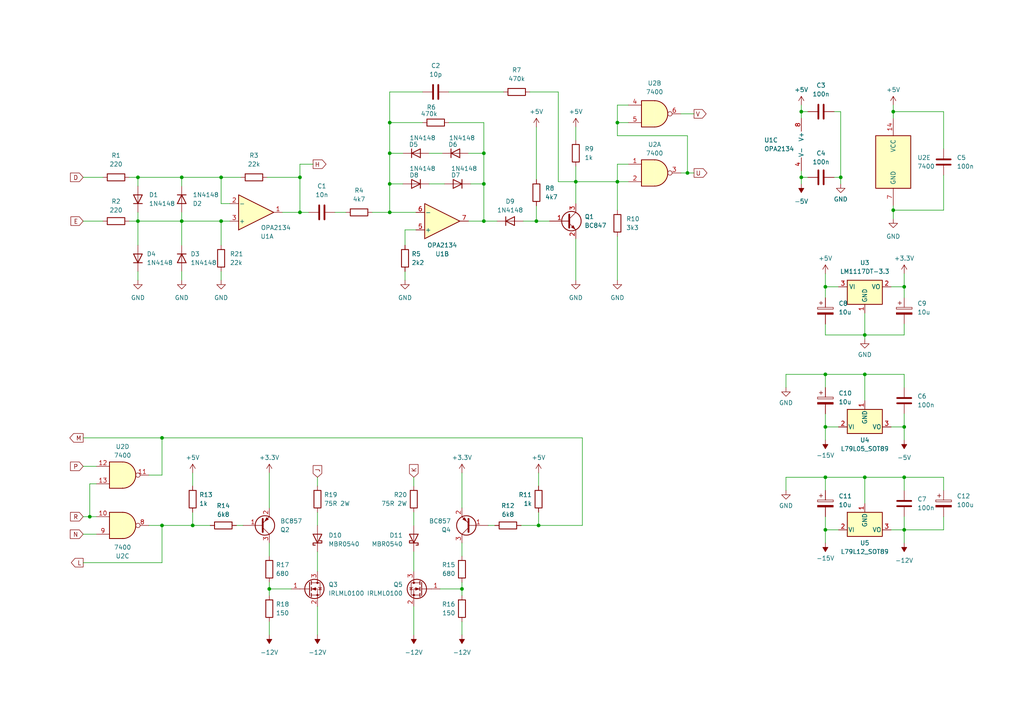
<source format=kicad_sch>
(kicad_sch (version 20230121) (generator eeschema)
  (paper "A4")
  (title_block (title "G888-mk2") (date "2024-08-31") (rev "R3") (company "Anders Sandahl") (comment 1 "Manchester reader/writer G888"))
  (lib_symbols
    (symbol "74xx:7400" (pin_names (offset 1.016))
      (property "Reference" "U" (at 0 1.27 0))
      (property "Value" "7400" (at 0 -1.27 0))
      (symbol "7400_1_1"
        (arc (start 0 -3.81) (mid 3.7934 0) (end 0 3.81) (stroke (width 0.254)) (fill (type background)))
        (polyline (pts (xy 0 3.81) (xy -3.81 3.81) (xy -3.81 -3.81) (xy 0 -3.81)) (stroke (width 0.254)) (fill (type background)))
        (pin input line (at -7.62 2.54 0) (length 3.81) (name "~") (number "1"))
        (pin input line (at -7.62 -2.54 0) (length 3.81) (name "~") (number "2"))
        (pin output inverted (at 7.62 0 180) (length 3.81) (name "~") (number "3"))
      )
      (symbol "7400_1_2"
        (arc (start -3.81 -3.81) (mid -2.589 0) (end -3.81 3.81) (stroke (width 0.254)))
        (arc (start -0.6096 -3.81) (mid 2.1842 -2.5851) (end 3.81 0) (stroke (width 0.254)) (fill (type background)))
        (polyline (pts (xy -3.81 -3.81) (xy -0.635 -3.81)) (stroke (width 0.254)) (fill (type background)))
        (polyline (pts (xy -3.81 3.81) (xy -0.635 3.81)) (stroke (width 0.254)) (fill (type background)))
        (polyline (pts (xy -0.635 3.81) (xy -3.81 3.81) (xy -3.81 3.81) (xy -3.556 3.4036) (xy -3.0226 2.2606) (xy -2.6924 1.0414) (xy -2.6162 -0.254) (xy -2.7686 -1.4986) (xy -3.175 -2.7178) (xy -3.81 -3.81) (xy -3.81 -3.81) (xy -0.635 -3.81)) (stroke (width -25.4)) (fill (type background)))
        (arc (start 3.81 0) (mid 2.1915 2.5936) (end -0.6096 3.81) (stroke (width 0.254)) (fill (type background)))
        (pin input inverted (at -7.62 2.54 0) (length 4.318) (name "~") (number "1"))
        (pin input inverted (at -7.62 -2.54 0) (length 4.318) (name "~") (number "2"))
        (pin output line (at 7.62 0 180) (length 3.81) (name "~") (number "3"))
      )
      (symbol "7400_2_1"
        (arc (start 0 -3.81) (mid 3.7934 0) (end 0 3.81) (stroke (width 0.254)) (fill (type background)))
        (polyline (pts (xy 0 3.81) (xy -3.81 3.81) (xy -3.81 -3.81) (xy 0 -3.81)) (stroke (width 0.254)) (fill (type background)))
        (pin input line (at -7.62 2.54 0) (length 3.81) (name "~") (number "4"))
        (pin input line (at -7.62 -2.54 0) (length 3.81) (name "~") (number "5"))
        (pin output inverted (at 7.62 0 180) (length 3.81) (name "~") (number "6"))
      )
      (symbol "7400_2_2"
        (arc (start -3.81 -3.81) (mid -2.589 0) (end -3.81 3.81) (stroke (width 0.254)))
        (arc (start -0.6096 -3.81) (mid 2.1842 -2.5851) (end 3.81 0) (stroke (width 0.254)) (fill (type background)))
        (polyline (pts (xy -3.81 -3.81) (xy -0.635 -3.81)) (stroke (width 0.254)) (fill (type background)))
        (polyline (pts (xy -3.81 3.81) (xy -0.635 3.81)) (stroke (width 0.254)) (fill (type background)))
        (polyline (pts (xy -0.635 3.81) (xy -3.81 3.81) (xy -3.81 3.81) (xy -3.556 3.4036) (xy -3.0226 2.2606) (xy -2.6924 1.0414) (xy -2.6162 -0.254) (xy -2.7686 -1.4986) (xy -3.175 -2.7178) (xy -3.81 -3.81) (xy -3.81 -3.81) (xy -0.635 -3.81)) (stroke (width -25.4)) (fill (type background)))
        (arc (start 3.81 0) (mid 2.1915 2.5936) (end -0.6096 3.81) (stroke (width 0.254)) (fill (type background)))
        (pin input inverted (at -7.62 2.54 0) (length 4.318) (name "~") (number "4"))
        (pin input inverted (at -7.62 -2.54 0) (length 4.318) (name "~") (number "5"))
        (pin output line (at 7.62 0 180) (length 3.81) (name "~") (number "6"))
      )
      (symbol "7400_3_1"
        (arc (start 0 -3.81) (mid 3.7934 0) (end 0 3.81) (stroke (width 0.254)) (fill (type background)))
        (polyline (pts (xy 0 3.81) (xy -3.81 3.81) (xy -3.81 -3.81) (xy 0 -3.81)) (stroke (width 0.254)) (fill (type background)))
        (pin input line (at -7.62 -2.54 0) (length 3.81) (name "~") (number "10"))
        (pin output inverted (at 7.62 0 180) (length 3.81) (name "~") (number "8"))
        (pin input line (at -7.62 2.54 0) (length 3.81) (name "~") (number "9"))
      )
      (symbol "7400_3_2"
        (arc (start -3.81 -3.81) (mid -2.589 0) (end -3.81 3.81) (stroke (width 0.254)))
        (arc (start -0.6096 -3.81) (mid 2.1842 -2.5851) (end 3.81 0) (stroke (width 0.254)) (fill (type background)))
        (polyline (pts (xy -3.81 -3.81) (xy -0.635 -3.81)) (stroke (width 0.254)) (fill (type background)))
        (polyline (pts (xy -3.81 3.81) (xy -0.635 3.81)) (stroke (width 0.254)) (fill (type background)))
        (polyline (pts (xy -0.635 3.81) (xy -3.81 3.81) (xy -3.81 3.81) (xy -3.556 3.4036) (xy -3.0226 2.2606) (xy -2.6924 1.0414) (xy -2.6162 -0.254) (xy -2.7686 -1.4986) (xy -3.175 -2.7178) (xy -3.81 -3.81) (xy -3.81 -3.81) (xy -0.635 -3.81)) (stroke (width -25.4)) (fill (type background)))
        (arc (start 3.81 0) (mid 2.1915 2.5936) (end -0.6096 3.81) (stroke (width 0.254)) (fill (type background)))
        (pin input inverted (at -7.62 -2.54 0) (length 4.318) (name "~") (number "10"))
        (pin output line (at 7.62 0 180) (length 3.81) (name "~") (number "8"))
        (pin input inverted (at -7.62 2.54 0) (length 4.318) (name "~") (number "9"))
      )
      (symbol "7400_4_1"
        (arc (start 0 -3.81) (mid 3.7934 0) (end 0 3.81) (stroke (width 0.254)) (fill (type background)))
        (polyline (pts (xy 0 3.81) (xy -3.81 3.81) (xy -3.81 -3.81) (xy 0 -3.81)) (stroke (width 0.254)) (fill (type background)))
        (pin output inverted (at 7.62 0 180) (length 3.81) (name "~") (number "11"))
        (pin input line (at -7.62 2.54 0) (length 3.81) (name "~") (number "12"))
        (pin input line (at -7.62 -2.54 0) (length 3.81) (name "~") (number "13"))
      )
      (symbol "7400_4_2"
        (arc (start -3.81 -3.81) (mid -2.589 0) (end -3.81 3.81) (stroke (width 0.254)))
        (arc (start -0.6096 -3.81) (mid 2.1842 -2.5851) (end 3.81 0) (stroke (width 0.254)) (fill (type background)))
        (polyline (pts (xy -3.81 -3.81) (xy -0.635 -3.81)) (stroke (width 0.254)) (fill (type background)))
        (polyline (pts (xy -3.81 3.81) (xy -0.635 3.81)) (stroke (width 0.254)) (fill (type background)))
        (polyline (pts (xy -0.635 3.81) (xy -3.81 3.81) (xy -3.81 3.81) (xy -3.556 3.4036) (xy -3.0226 2.2606) (xy -2.6924 1.0414) (xy -2.6162 -0.254) (xy -2.7686 -1.4986) (xy -3.175 -2.7178) (xy -3.81 -3.81) (xy -3.81 -3.81) (xy -0.635 -3.81)) (stroke (width -25.4)) (fill (type background)))
        (arc (start 3.81 0) (mid 2.1915 2.5936) (end -0.6096 3.81) (stroke (width 0.254)) (fill (type background)))
        (pin output line (at 7.62 0 180) (length 3.81) (name "~") (number "11"))
        (pin input inverted (at -7.62 2.54 0) (length 4.318) (name "~") (number "12"))
        (pin input inverted (at -7.62 -2.54 0) (length 4.318) (name "~") (number "13"))
      )
      (symbol "7400_5_0"
        (pin power_in line (at 0 12.7 270) (length 5.08) (name "VCC") (number "14"))
        (pin power_in line (at 0 -12.7 90) (length 5.08) (name "GND") (number "7"))
      )
      (symbol "7400_5_1"
        (rectangle (start -5.08 7.62) (end 5.08 -7.62) (stroke (width 0.254)) (fill (type background)))
      )
    )
    (symbol "Amplifier_Operational:OPA2134" (pin_names (offset 0.127))
      (property "Reference" "U" (at 0 5.08 0))
      (property "Value" "OPA2134" (at 0 -5.08 0))
      (symbol "OPA2134_1_1"
        (polyline (pts (xy -5.08 5.08) (xy 5.08 0) (xy -5.08 -5.08) (xy -5.08 5.08)) (stroke (width 0.254)) (fill (type background)))
        (pin output line (at 7.62 0 180) (length 2.54) (name "~") (number "1"))
        (pin input line (at -7.62 -2.54 0) (length 2.54) (name "-") (number "2"))
        (pin input line (at -7.62 2.54 0) (length 2.54) (name "+") (number "3"))
      )
      (symbol "OPA2134_2_1"
        (polyline (pts (xy -5.08 5.08) (xy 5.08 0) (xy -5.08 -5.08) (xy -5.08 5.08)) (stroke (width 0.254)) (fill (type background)))
        (pin input line (at -7.62 2.54 0) (length 2.54) (name "+") (number "5"))
        (pin input line (at -7.62 -2.54 0) (length 2.54) (name "-") (number "6"))
        (pin output line (at 7.62 0 180) (length 2.54) (name "~") (number "7"))
      )
      (symbol "OPA2134_3_1"
        (pin power_in line (at -2.54 -7.62 90) (length 3.81) (name "V-") (number "4"))
        (pin power_in line (at -2.54 7.62 270) (length 3.81) (name "V+") (number "8"))
      )
    )
    (symbol "Device:C" (pin_numbers hide) (pin_names (offset 0.254))
      (property "Reference" "C" (at 0.635 2.54 0))
      (property "Value" "C" (at 0.635 -2.54 0))
      (symbol "C_0_1"
        (polyline (pts (xy -2.032 -0.762) (xy 2.032 -0.762)) (stroke (width 0.508)))
        (polyline (pts (xy -2.032 0.762) (xy 2.032 0.762)) (stroke (width 0.508)))
      )
      (symbol "C_1_1"
        (pin passive line (at 0 3.81 270) (length 2.794) (name "~") (number "1"))
        (pin passive line (at 0 -3.81 90) (length 2.794) (name "~") (number "2"))
      )
    )
    (symbol "Device:C_Polarized" (pin_numbers hide) (pin_names (offset 0.254))
      (property "Reference" "C" (at 0.635 2.54 0))
      (property "Value" "C_Polarized" (at 0.635 -2.54 0))
      (symbol "C_Polarized_0_1"
        (rectangle (start -2.286 0.508) (end 2.286 1.016))
        (polyline (pts (xy -1.778 2.286) (xy -0.762 2.286)))
        (polyline (pts (xy -1.27 2.794) (xy -1.27 1.778)))
        (rectangle (start 2.286 -0.508) (end -2.286 -1.016) (fill (type outline)))
      )
      (symbol "C_Polarized_1_1"
        (pin passive line (at 0 3.81 270) (length 2.794) (name "~") (number "1"))
        (pin passive line (at 0 -3.81 90) (length 2.794) (name "~") (number "2"))
      )
    )
    (symbol "Device:R" (pin_numbers hide) (pin_names (offset 0))
      (property "Reference" "R" (at 2.032 0 90))
      (property "Value" "R" (at 0 0 90))
      (symbol "R_0_1"
        (rectangle (start -1.016 -2.54) (end 1.016 2.54) (stroke (width 0.254)))
      )
      (symbol "R_1_1"
        (pin passive line (at 0 3.81 270) (length 1.27) (name "~") (number "1"))
        (pin passive line (at 0 -3.81 90) (length 1.27) (name "~") (number "2"))
      )
    )
    (symbol "Diode:1N4148" (pin_numbers hide) (pin_names hide)
      (property "Reference" "D" (at 0 2.54 0))
      (property "Value" "1N4148" (at 0 -2.54 0))
      (symbol "1N4148_0_1"
        (polyline (pts (xy -1.27 1.27) (xy -1.27 -1.27)) (stroke (width 0.254)))
        (polyline (pts (xy 1.27 0) (xy -1.27 0)))
        (polyline (pts (xy 1.27 1.27) (xy 1.27 -1.27) (xy -1.27 0) (xy 1.27 1.27)) (stroke (width 0.254)))
      )
      (symbol "1N4148_1_1"
        (pin passive line (at -3.81 0 0) (length 2.54) (name "K") (number "1"))
        (pin passive line (at 3.81 0 180) (length 2.54) (name "A") (number "2"))
      )
    )
    (symbol "Diode:MBR0540" (pin_numbers hide) (pin_names (offset 1.016) hide)
      (property "Reference" "D" (at 0 2.54 0))
      (property "Value" "MBR0540" (at 0 -2.54 0))
      (symbol "MBR0540_0_1"
        (polyline (pts (xy 1.27 0) (xy -1.27 0)))
        (polyline (pts (xy 1.27 1.27) (xy 1.27 -1.27) (xy -1.27 0) (xy 1.27 1.27)) (stroke (width 0.254)))
        (polyline (pts (xy -1.905 0.635) (xy -1.905 1.27) (xy -1.27 1.27) (xy -1.27 -1.27) (xy -0.635 -1.27) (xy -0.635 -0.635)) (stroke (width 0.254)))
      )
      (symbol "MBR0540_1_1"
        (pin passive line (at -3.81 0 0) (length 2.54) (name "K") (number "1"))
        (pin passive line (at 3.81 0 180) (length 2.54) (name "A") (number "2"))
      )
    )
    (symbol "Regulator_Linear:L79L05_SOT89" (pin_names (offset 0.254))
      (property "Reference" "U" (at -3.81 -3.175 0))
      (property "Value" "L79L05_SOT89" (at 0 -3.175 0))
      (symbol "L79L05_SOT89_0_1"
        (rectangle (start -5.08 5.08) (end 5.08 -1.905) (stroke (width 0.254)) (fill (type background)))
      )
      (symbol "L79L05_SOT89_1_1"
        (pin power_in line (at 0 7.62 270) (length 2.54) (name "GND") (number "1"))
        (pin power_in line (at -7.62 0 0) (length 2.54) (name "VI") (number "2"))
        (pin power_out line (at 7.62 0 180) (length 2.54) (name "VO") (number "3"))
      )
    )
    (symbol "Regulator_Linear:L79L12_SOT89" (pin_names (offset 0.254))
      (property "Reference" "U" (at -3.81 -3.175 0))
      (property "Value" "L79L12_SOT89" (at 0 -3.175 0))
      (symbol "L79L12_SOT89_0_1"
        (rectangle (start -5.08 5.08) (end 5.08 -1.905) (stroke (width 0.254)) (fill (type background)))
      )
      (symbol "L79L12_SOT89_1_1"
        (pin power_in line (at 0 7.62 270) (length 2.54) (name "GND") (number "1"))
        (pin power_in line (at -7.62 0 0) (length 2.54) (name "VI") (number "2"))
        (pin power_out line (at 7.62 0 180) (length 2.54) (name "VO") (number "3"))
      )
    )
    (symbol "Regulator_Linear:LM1117DT-3.3"
      (property "Reference" "U" (at -3.81 3.175 0))
      (property "Value" "LM1117DT-3.3" (at 0 3.175 0))
      (symbol "LM1117DT-3.3_0_1"
        (rectangle (start -5.08 -5.08) (end 5.08 1.905) (stroke (width 0.254)) (fill (type background)))
      )
      (symbol "LM1117DT-3.3_1_1"
        (pin power_in line (at 0 -7.62 90) (length 2.54) (name "GND") (number "1"))
        (pin power_out line (at 7.62 0 180) (length 2.54) (name "VO") (number "2"))
        (pin power_in line (at -7.62 0 0) (length 2.54) (name "VI") (number "3"))
      )
    )
    (symbol "Transistor_BJT:BC847" (pin_names (offset 0) hide)
      (property "Reference" "Q" (at 5.08 1.905 0))
      (property "Value" "BC847" (at 5.08 0 0))
      (symbol "BC847_0_1"
        (polyline (pts (xy 0.635 0.635) (xy 2.54 2.54)))
        (polyline (pts (xy 0.635 -0.635) (xy 2.54 -2.54) (xy 2.54 -2.54)))
        (polyline (pts (xy 0.635 1.905) (xy 0.635 -1.905) (xy 0.635 -1.905)) (stroke (width 0.508)))
        (polyline (pts (xy 1.27 -1.778) (xy 1.778 -1.27) (xy 2.286 -2.286) (xy 1.27 -1.778) (xy 1.27 -1.778)) (fill (type outline)))
        (circle (center 1.27 0) (radius 2.8194) (stroke (width 0.254)))
      )
      (symbol "BC847_1_1"
        (pin input line (at -5.08 0 0) (length 5.715) (name "B") (number "1"))
        (pin passive line (at 2.54 -5.08 90) (length 2.54) (name "E") (number "2"))
        (pin passive line (at 2.54 5.08 270) (length 2.54) (name "C") (number "3"))
      )
    )
    (symbol "Transistor_BJT:BC857" (pin_names (offset 0) hide)
      (property "Reference" "Q" (at 5.08 1.905 0))
      (property "Value" "BC857" (at 5.08 0 0))
      (symbol "BC857_0_1"
        (polyline (pts (xy 0.635 0.635) (xy 2.54 2.54)))
        (polyline (pts (xy 0.635 -0.635) (xy 2.54 -2.54) (xy 2.54 -2.54)))
        (polyline (pts (xy 0.635 1.905) (xy 0.635 -1.905) (xy 0.635 -1.905)) (stroke (width 0.508)))
        (polyline (pts (xy 2.286 -1.778) (xy 1.778 -2.286) (xy 1.27 -1.27) (xy 2.286 -1.778) (xy 2.286 -1.778)) (fill (type outline)))
        (circle (center 1.27 0) (radius 2.8194) (stroke (width 0.254)))
      )
      (symbol "BC857_1_1"
        (pin input line (at -5.08 0 0) (length 5.715) (name "B") (number "1"))
        (pin passive line (at 2.54 -5.08 90) (length 2.54) (name "E") (number "2"))
        (pin passive line (at 2.54 5.08 270) (length 2.54) (name "C") (number "3"))
      )
    )
    (symbol "anders:IRLML0100" (pin_names hide)
      (property "Reference" "Q" (at 5.08 1.905 0))
      (property "Value" "IRLML0100" (at 5.08 0 0))
      (symbol "IRLML0100_0_1"
        (polyline (pts (xy 0.254 0) (xy -2.54 0)))
        (polyline (pts (xy 0.254 1.905) (xy 0.254 -1.905)) (stroke (width 0.254)))
        (polyline (pts (xy 0.762 -1.27) (xy 0.762 -2.286)) (stroke (width 0.254)))
        (polyline (pts (xy 0.762 0.508) (xy 0.762 -0.508)) (stroke (width 0.254)))
        (polyline (pts (xy 0.762 2.286) (xy 0.762 1.27)) (stroke (width 0.254)))
        (polyline (pts (xy 2.54 2.54) (xy 2.54 1.778)))
        (polyline (pts (xy 2.54 -2.54) (xy 2.54 0) (xy 0.762 0)))
        (polyline (pts (xy 0.762 -1.778) (xy 3.302 -1.778) (xy 3.302 1.778) (xy 0.762 1.778)))
        (polyline (pts (xy 1.016 0) (xy 2.032 0.381) (xy 2.032 -0.381) (xy 1.016 0)) (fill (type outline)))
        (polyline (pts (xy 2.794 0.508) (xy 2.921 0.381) (xy 3.683 0.381) (xy 3.81 0.254)))
        (polyline (pts (xy 3.302 0.381) (xy 2.921 -0.254) (xy 3.683 -0.254) (xy 3.302 0.381)))
        (circle (center 1.651 0) (radius 2.794) (stroke (width 0.254)))
        (circle (center 2.54 -1.778) (radius 0.254) (fill (type outline)))
        (circle (center 2.54 1.778) (radius 0.254) (fill (type outline)))
      )
      (symbol "IRLML0100_1_1"
        (pin input line (at -5.08 0 0) (length 2.54) (name "G") (number "1"))
        (pin passive line (at 2.54 -5.08 90) (length 2.54) (name "S") (number "2"))
        (pin passive line (at 2.54 5.08 270) (length 2.54) (name "D") (number "3"))
      )
    )
    (symbol "power:+3.3V" (power) (pin_names (offset 0))
      (property "Value" "+3.3V" (at 0 3.556 0))
      (symbol "+3.3V_0_1"
        (polyline (pts (xy -0.762 1.27) (xy 0 2.54)))
        (polyline (pts (xy 0 0) (xy 0 2.54)))
        (polyline (pts (xy 0 2.54) (xy 0.762 1.27)))
      )
      (symbol "+3.3V_1_1"
        (pin power_in line (at 0 0 90) (length 0) hide (name "+3.3V") (number "1"))
      )
    )
    (symbol "power:+5V" (power) (pin_names (offset 0))
      (property "Value" "+5V" (at 0 3.556 0))
      (symbol "+5V_0_1"
        (polyline (pts (xy -0.762 1.27) (xy 0 2.54)))
        (polyline (pts (xy 0 0) (xy 0 2.54)))
        (polyline (pts (xy 0 2.54) (xy 0.762 1.27)))
      )
      (symbol "+5V_1_1"
        (pin power_in line (at 0 0 90) (length 0) hide (name "+5V") (number "1"))
      )
    )
    (symbol "power:-12V" (power) (pin_names (offset 0))
      (property "Value" "-12V" (at 0 3.81 0))
      (symbol "-12V_0_0"
        (pin power_in line (at 0 0 90) (length 0) hide (name "-12V") (number "1"))
      )
      (symbol "-12V_0_1"
        (polyline (pts (xy 0 0) (xy 0 1.27) (xy 0.762 1.27) (xy 0 2.54) (xy -0.762 1.27) (xy 0 1.27)) (fill (type outline)))
      )
    )
    (symbol "power:-15V" (power) (pin_names (offset 0))
      (property "Value" "-15V" (at 0 3.81 0))
      (symbol "-15V_0_0"
        (pin power_in line (at 0 0 90) (length 0) hide (name "-15V") (number "1"))
      )
      (symbol "-15V_0_1"
        (polyline (pts (xy 0 0) (xy 0 1.27) (xy 0.762 1.27) (xy 0 2.54) (xy -0.762 1.27) (xy 0 1.27)) (fill (type outline)))
      )
    )
    (symbol "power:-5V" (power) (pin_names (offset 0))
      (property "Value" "-5V" (at 0 3.81 0))
      (symbol "-5V_0_0"
        (pin power_in line (at 0 0 90) (length 0) hide (name "-5V") (number "1"))
      )
      (symbol "-5V_0_1"
        (polyline (pts (xy 0 0) (xy 0 1.27) (xy 0.762 1.27) (xy 0 2.54) (xy -0.762 1.27) (xy 0 1.27)) (fill (type outline)))
      )
    )
    (symbol "power:GND" (power) (pin_names (offset 0))
      (property "Value" "GND" (at 0 -3.81 0))
      (symbol "GND_0_1"
        (polyline (pts (xy 0 0) (xy 0 -1.27) (xy 1.27 -1.27) (xy 0 -2.54) (xy -1.27 -1.27) (xy 0 -1.27)))
      )
      (symbol "GND_1_1"
        (pin power_in line (at 0 0 270) (length 0) hide (name "GND") (number "1"))
      )
    )
  )
  (junction (at 262.255 123.825))
  (junction (at 113.03 61.595))
  (junction (at 155.575 64.135))
  (junction (at 113.03 35.56))
  (junction (at 52.705 64.135))
  (junction (at 26.035 149.86))
  (junction (at 64.135 64.135))
  (junction (at 239.395 153.67))
  (junction (at 133.985 170.815))
  (junction (at 46.99 152.4))
  (junction (at 55.88 152.4))
  (junction (at 239.395 138.43))
  (junction (at 86.995 61.595))
  (junction (at 179.07 35.56))
  (junction (at 167.005 52.705))
  (junction (at 262.255 83.185))
  (junction (at 250.825 108.585))
  (junction (at 239.395 108.585))
  (junction (at 140.335 44.45))
  (junction (at 232.41 51.435))
  (junction (at 239.395 83.185))
  (junction (at 259.08 32.385))
  (junction (at 262.255 153.67))
  (junction (at 232.41 32.385))
  (junction (at 64.135 51.435))
  (junction (at 250.825 97.155))
  (junction (at 140.335 64.135))
  (junction (at 40.005 64.135))
  (junction (at 243.84 51.435))
  (junction (at 140.335 53.34))
  (junction (at 86.995 51.435))
  (junction (at 78.105 170.815))
  (junction (at 239.395 123.825))
  (junction (at 156.21 152.4))
  (junction (at 179.07 52.705))
  (junction (at 113.03 44.45))
  (junction (at 199.39 50.165))
  (junction (at 52.705 51.435))
  (junction (at 262.255 138.43))
  (junction (at 259.08 60.96))
  (junction (at 250.825 138.43))
  (junction (at 40.005 51.435))
  (junction (at 46.99 127))
  (junction (at 113.03 53.34))
  (wire (pts (xy 273.685 32.385) (xy 273.685 43.18)))
  (wire (pts (xy 135.89 64.135) (xy 140.335 64.135)))
  (wire (pts (xy 156.21 148.59) (xy 156.21 152.4)))
  (wire (pts (xy 120.015 148.59) (xy 120.015 152.4)))
  (wire (pts (xy 179.07 52.705) (xy 182.245 52.705)))
  (wire (pts (xy 167.005 69.215) (xy 167.005 81.28)))
  (wire (pts (xy 86.995 61.595) (xy 86.995 51.435)))
  (wire (pts (xy 40.005 51.435) (xy 52.705 51.435)))
  (wire (pts (xy 262.255 112.395) (xy 262.255 108.585)))
  (wire (pts (xy 133.985 170.815) (xy 127.635 170.815)))
  (wire (pts (xy 27.94 135.255) (xy 24.13 135.255)))
  (wire (pts (xy 55.88 152.4) (xy 60.96 152.4)))
  (wire (pts (xy 151.765 64.135) (xy 155.575 64.135)))
  (wire (pts (xy 259.08 30.48) (xy 259.08 32.385)))
  (wire (pts (xy 113.03 44.45) (xy 113.03 53.34)))
  (wire (pts (xy 199.39 39.37) (xy 199.39 50.165)))
  (wire (pts (xy 113.03 61.595) (xy 120.65 61.595)))
  (wire (pts (xy 258.445 83.185) (xy 262.255 83.185)))
  (wire (pts (xy 92.075 148.59) (xy 92.075 152.4)))
  (wire (pts (xy 161.925 26.67) (xy 153.67 26.67)))
  (wire (pts (xy 167.005 52.705) (xy 179.07 52.705)))
  (wire (pts (xy 262.255 138.43) (xy 273.685 138.43)))
  (wire (pts (xy 232.41 49.53) (xy 232.41 51.435)))
  (wire (pts (xy 156.21 137.16) (xy 156.21 140.97)))
  (wire (pts (xy 27.94 154.94) (xy 24.13 154.94)))
  (wire (pts (xy 78.105 168.91) (xy 78.105 170.815)))
  (wire (pts (xy 52.705 64.135) (xy 52.705 71.12)))
  (wire (pts (xy 26.035 140.335) (xy 26.035 149.86)))
  (wire (pts (xy 107.95 61.595) (xy 113.03 61.595)))
  (wire (pts (xy 135.89 44.45) (xy 140.335 44.45)))
  (wire (pts (xy 133.985 170.815) (xy 133.985 172.72)))
  (wire (pts (xy 179.07 47.625) (xy 179.07 52.705)))
  (wire (pts (xy 241.935 32.385) (xy 243.84 32.385)))
  (wire (pts (xy 130.175 26.67) (xy 146.05 26.67)))
  (wire (pts (xy 239.395 157.48) (xy 239.395 153.67)))
  (wire (pts (xy 52.705 78.74) (xy 52.705 81.28)))
  (wire (pts (xy 243.84 51.435) (xy 243.84 53.34)))
  (wire (pts (xy 179.07 35.56) (xy 182.245 35.56)))
  (wire (pts (xy 167.005 52.705) (xy 167.005 59.055)))
  (wire (pts (xy 52.705 64.135) (xy 64.135 64.135)))
  (wire (pts (xy 262.255 138.43) (xy 250.825 138.43)))
  (wire (pts (xy 239.395 142.24) (xy 239.395 138.43)))
  (wire (pts (xy 243.84 32.385) (xy 243.84 51.435)))
  (wire (pts (xy 40.005 64.135) (xy 40.005 71.12)))
  (wire (pts (xy 46.99 152.4) (xy 55.88 152.4)))
  (wire (pts (xy 40.005 61.595) (xy 40.005 64.135)))
  (wire (pts (xy 262.255 123.825) (xy 262.255 127.635)))
  (wire (pts (xy 232.41 32.385) (xy 234.315 32.385)))
  (wire (pts (xy 273.685 60.96) (xy 259.08 60.96)))
  (wire (pts (xy 46.99 127) (xy 24.13 127)))
  (wire (pts (xy 232.41 51.435) (xy 234.315 51.435)))
  (wire (pts (xy 27.94 140.335) (xy 26.035 140.335)))
  (wire (pts (xy 46.99 163.195) (xy 46.99 152.4)))
  (wire (pts (xy 232.41 32.385) (xy 232.41 34.29)))
  (wire (pts (xy 156.21 152.4) (xy 168.91 152.4)))
  (wire (pts (xy 117.475 78.74) (xy 117.475 81.28)))
  (wire (pts (xy 86.995 61.595) (xy 89.535 61.595)))
  (wire (pts (xy 37.465 51.435) (xy 40.005 51.435)))
  (wire (pts (xy 161.925 52.705) (xy 161.925 26.67)))
  (wire (pts (xy 40.005 78.74) (xy 40.005 81.28)))
  (wire (pts (xy 243.84 51.435) (xy 241.935 51.435)))
  (wire (pts (xy 46.99 127) (xy 168.91 127)))
  (wire (pts (xy 136.525 53.34) (xy 140.335 53.34)))
  (wire (pts (xy 78.105 170.815) (xy 84.455 170.815)))
  (wire (pts (xy 179.07 35.56) (xy 179.07 39.37)))
  (wire (pts (xy 120.015 160.02) (xy 120.015 165.735)))
  (wire (pts (xy 92.075 138.43) (xy 92.075 140.97)))
  (wire (pts (xy 140.335 64.135) (xy 144.145 64.135)))
  (wire (pts (xy 120.65 66.675) (xy 117.475 66.675)))
  (wire (pts (xy 97.155 61.595) (xy 100.33 61.595)))
  (wire (pts (xy 68.58 152.4) (xy 70.485 152.4)))
  (wire (pts (xy 140.335 44.45) (xy 140.335 53.34)))
  (wire (pts (xy 143.51 152.4) (xy 141.605 152.4)))
  (wire (pts (xy 27.94 149.86) (xy 26.035 149.86)))
  (wire (pts (xy 113.03 53.34) (xy 113.03 61.595)))
  (wire (pts (xy 259.08 59.69) (xy 259.08 60.96)))
  (wire (pts (xy 52.705 51.435) (xy 52.705 53.975)))
  (wire (pts (xy 239.395 149.86) (xy 239.395 153.67)))
  (wire (pts (xy 239.395 120.015) (xy 239.395 123.825)))
  (wire (pts (xy 78.105 137.16) (xy 78.105 147.32)))
  (wire (pts (xy 262.255 153.67) (xy 262.255 157.48)))
  (wire (pts (xy 55.88 148.59) (xy 55.88 152.4)))
  (wire (pts (xy 239.395 108.585) (xy 239.395 112.395)))
  (wire (pts (xy 273.685 32.385) (xy 259.08 32.385)))
  (wire (pts (xy 52.705 51.435) (xy 64.135 51.435)))
  (wire (pts (xy 258.445 123.825) (xy 262.255 123.825)))
  (wire (pts (xy 199.39 50.165) (xy 197.485 50.165)))
  (wire (pts (xy 239.395 79.375) (xy 239.395 83.185)))
  (wire (pts (xy 262.255 83.185) (xy 262.255 86.36)))
  (wire (pts (xy 167.005 48.26) (xy 167.005 52.705)))
  (wire (pts (xy 64.135 51.435) (xy 64.135 59.055)))
  (wire (pts (xy 227.965 108.585) (xy 239.395 108.585)))
  (wire (pts (xy 227.965 142.24) (xy 227.965 138.43)))
  (wire (pts (xy 43.18 137.795) (xy 46.99 137.795)))
  (wire (pts (xy 179.07 52.705) (xy 179.07 60.96)))
  (wire (pts (xy 155.575 59.69) (xy 155.575 64.135)))
  (wire (pts (xy 262.255 120.015) (xy 262.255 123.825)))
  (wire (pts (xy 262.255 79.375) (xy 262.255 83.185)))
  (wire (pts (xy 124.46 53.34) (xy 128.905 53.34)))
  (wire (pts (xy 24.13 51.435) (xy 29.845 51.435)))
  (wire (pts (xy 24.13 64.135) (xy 29.845 64.135)))
  (wire (pts (xy 239.395 83.185) (xy 239.395 86.36)))
  (wire (pts (xy 273.685 149.86) (xy 273.685 153.67)))
  (wire (pts (xy 259.08 32.385) (xy 259.08 34.29)))
  (wire (pts (xy 133.985 180.34) (xy 133.985 184.15)))
  (wire (pts (xy 24.13 163.195) (xy 46.99 163.195)))
  (wire (pts (xy 124.46 44.45) (xy 128.27 44.45)))
  (wire (pts (xy 64.135 78.74) (xy 64.135 81.28)))
  (wire (pts (xy 113.03 35.56) (xy 113.03 26.67)))
  (wire (pts (xy 120.015 138.43) (xy 120.015 140.97)))
  (wire (pts (xy 122.555 35.56) (xy 113.03 35.56)))
  (wire (pts (xy 239.395 138.43) (xy 250.825 138.43)))
  (wire (pts (xy 273.685 50.8) (xy 273.685 60.96)))
  (wire (pts (xy 239.395 108.585) (xy 250.825 108.585)))
  (wire (pts (xy 179.07 39.37) (xy 199.39 39.37)))
  (wire (pts (xy 239.395 123.825) (xy 239.395 127.635)))
  (wire (pts (xy 179.07 30.48) (xy 179.07 35.56)))
  (wire (pts (xy 232.41 30.48) (xy 232.41 32.385)))
  (wire (pts (xy 232.41 51.435) (xy 232.41 53.34)))
  (wire (pts (xy 26.035 149.86) (xy 24.13 149.86)))
  (wire (pts (xy 273.685 153.67) (xy 262.255 153.67)))
  (wire (pts (xy 250.825 138.43) (xy 250.825 146.05)))
  (wire (pts (xy 182.245 47.625) (xy 179.07 47.625)))
  (wire (pts (xy 92.075 160.02) (xy 92.075 165.735)))
  (wire (pts (xy 167.005 52.705) (xy 161.925 52.705)))
  (wire (pts (xy 239.395 97.155) (xy 250.825 97.155)))
  (wire (pts (xy 262.255 97.155) (xy 250.825 97.155)))
  (wire (pts (xy 179.07 68.58) (xy 179.07 81.28)))
  (wire (pts (xy 239.395 153.67) (xy 243.205 153.67)))
  (wire (pts (xy 81.915 61.595) (xy 86.995 61.595)))
  (wire (pts (xy 133.985 168.91) (xy 133.985 170.815)))
  (wire (pts (xy 167.005 36.83) (xy 167.005 40.64)))
  (wire (pts (xy 262.255 108.585) (xy 250.825 108.585)))
  (wire (pts (xy 130.175 35.56) (xy 140.335 35.56)))
  (wire (pts (xy 243.205 123.825) (xy 239.395 123.825)))
  (wire (pts (xy 155.575 36.83) (xy 155.575 52.07)))
  (wire (pts (xy 155.575 64.135) (xy 159.385 64.135)))
  (wire (pts (xy 64.135 51.435) (xy 69.85 51.435)))
  (wire (pts (xy 140.335 53.34) (xy 140.335 64.135)))
  (wire (pts (xy 273.685 138.43) (xy 273.685 142.24)))
  (wire (pts (xy 258.445 153.67) (xy 262.255 153.67)))
  (wire (pts (xy 156.21 152.4) (xy 151.13 152.4)))
  (wire (pts (xy 117.475 66.675) (xy 117.475 71.12)))
  (wire (pts (xy 86.995 47.625) (xy 86.995 51.435)))
  (wire (pts (xy 120.015 175.895) (xy 120.015 184.15)))
  (wire (pts (xy 113.03 35.56) (xy 113.03 44.45)))
  (wire (pts (xy 86.995 51.435) (xy 77.47 51.435)))
  (wire (pts (xy 133.985 157.48) (xy 133.985 161.29)))
  (wire (pts (xy 40.005 64.135) (xy 52.705 64.135)))
  (wire (pts (xy 259.08 60.96) (xy 259.08 63.5)))
  (wire (pts (xy 64.135 59.055) (xy 66.675 59.055)))
  (wire (pts (xy 227.965 138.43) (xy 239.395 138.43)))
  (wire (pts (xy 113.03 26.67) (xy 122.555 26.67)))
  (wire (pts (xy 262.255 93.98) (xy 262.255 97.155)))
  (wire (pts (xy 78.105 180.34) (xy 78.105 184.15)))
  (wire (pts (xy 116.84 53.34) (xy 113.03 53.34)))
  (wire (pts (xy 250.825 90.805) (xy 250.825 97.155)))
  (wire (pts (xy 55.88 137.16) (xy 55.88 140.97)))
  (wire (pts (xy 37.465 64.135) (xy 40.005 64.135)))
  (wire (pts (xy 116.84 44.45) (xy 113.03 44.45)))
  (wire (pts (xy 262.255 142.24) (xy 262.255 138.43)))
  (wire (pts (xy 78.105 170.815) (xy 78.105 172.72)))
  (wire (pts (xy 78.105 157.48) (xy 78.105 161.29)))
  (wire (pts (xy 64.135 64.135) (xy 66.675 64.135)))
  (wire (pts (xy 250.825 108.585) (xy 250.825 116.205)))
  (wire (pts (xy 64.135 64.135) (xy 64.135 71.12)))
  (wire (pts (xy 46.99 137.795) (xy 46.99 127)))
  (wire (pts (xy 197.485 33.02) (xy 201.295 33.02)))
  (wire (pts (xy 140.335 35.56) (xy 140.335 44.45)))
  (wire (pts (xy 52.705 61.595) (xy 52.705 64.135)))
  (wire (pts (xy 133.985 137.16) (xy 133.985 147.32)))
  (wire (pts (xy 239.395 83.185) (xy 243.205 83.185)))
  (wire (pts (xy 227.965 112.395) (xy 227.965 108.585)))
  (wire (pts (xy 182.245 30.48) (xy 179.07 30.48)))
  (wire (pts (xy 90.805 47.625) (xy 86.995 47.625)))
  (wire (pts (xy 92.075 175.895) (xy 92.075 184.15)))
  (wire (pts (xy 250.825 97.155) (xy 250.825 98.425)))
  (wire (pts (xy 199.39 50.165) (xy 201.295 50.165)))
  (wire (pts (xy 239.395 93.98) (xy 239.395 97.155)))
  (wire (pts (xy 262.255 149.86) (xy 262.255 153.67)))
  (wire (pts (xy 46.99 152.4) (xy 43.18 152.4)))
  (wire (pts (xy 168.91 127) (xy 168.91 152.4)))
  (wire (pts (xy 40.005 51.435) (xy 40.005 53.975)))
  (global_label "N" (shape input) (at 24.13 154.94 180) (property "Intersheetrefs" "${INTERSHEET_REFS}" (effects hide)))
  (global_label "M" (shape output) (at 24.13 127 180) (property "Intersheetrefs" "${INTERSHEET_REFS}" (effects hide)))
  (global_label "R" (shape input) (at 24.13 149.86 180) (property "Intersheetrefs" "${INTERSHEET_REFS}" (effects hide)))
  (global_label "U" (shape output) (at 201.295 50.165 0) (property "Intersheetrefs" "${INTERSHEET_REFS}" (effects hide)))
  (global_label "J" (shape input) (at 92.075 138.43 90) (property "Intersheetrefs" "${INTERSHEET_REFS}" (effects hide)))
  (global_label "L" (shape output) (at 24.13 163.195 180) (property "Intersheetrefs" "${INTERSHEET_REFS}" (effects hide)))
  (global_label "V" (shape output) (at 201.295 33.02 0) (property "Intersheetrefs" "${INTERSHEET_REFS}" (effects hide)))
  (global_label "H" (shape output) (at 90.805 47.625 0) (property "Intersheetrefs" "${INTERSHEET_REFS}" (effects hide)))
  (global_label "D" (shape input) (at 24.13 51.435 180) (property "Intersheetrefs" "${INTERSHEET_REFS}" (effects hide)))
  (global_label "P" (shape input) (at 24.13 135.255 180) (property "Intersheetrefs" "${INTERSHEET_REFS}" (effects hide)))
  (global_label "E" (shape input) (at 24.13 64.135 180) (property "Intersheetrefs" "${INTERSHEET_REFS}" (effects hide)))
  (global_label "K" (shape input) (at 120.015 138.43 90) (property "Intersheetrefs" "${INTERSHEET_REFS}" (effects hide)))
  (symbol (lib_id "Diode:1N4148") (at 40.005 74.93 90) (unit 1)
    (property "Reference" "D4" (at 42.545 73.66 90) (effects (justify right)))
    (property "Value" "1N4148" (at 42.545 76.2 90) (effects (justify right)))
    (property "Footprint" "Diode_THT:D_DO-35_SOD27_P7.62mm_Horizontal" (effects hide))
    (property "Datasheet" "https://assets.nexperia.com/documents/data-sheet/1N4148_1N4448.pdf" (effects hide))
    (property "Sim.Device" "D" (effects hide))
    (property "Sim.Pins" "1=K 2=A" (effects hide))
  )
  (symbol (lib_id "power:+5V") (at 167.005 36.83 0) (unit 1)
    (property "Reference" "#PWR06" (effects hide))
    (property "Value" "+5V" (at 167.005 32.385 0))
  )
  (symbol (lib_id "Device:R") (at 133.985 165.1 0) (mirror x) (unit 1)
    (property "Reference" "R15" (at 132.08 163.83 0) (effects (justify right)))
    (property "Value" "680" (at 132.08 166.37 0) (effects (justify right)))
  )
  (symbol (lib_id "Device:C") (at 273.685 46.99 0) (unit 1)
    (property "Reference" "C5" (at 277.495 45.72 0) (effects (justify left)))
    (property "Value" "100n" (at 277.495 48.26 0) (effects (justify left)))
  )
  (symbol (lib_id "power:GND") (at 117.475 81.28 0) (unit 1)
    (property "Reference" "#PWR03" (effects hide))
    (property "Value" "GND" (at 117.475 86.36 0))
  )
  (symbol (lib_id "Device:R") (at 149.86 26.67 270) (unit 1)
    (property "Reference" "R7" (at 149.86 20.32 90))
    (property "Value" "470k" (at 149.86 22.86 90))
  )
  (symbol (lib_id "Device:R") (at 33.655 64.135 90) (unit 1)
    (property "Reference" "R2" (at 33.655 58.42 90))
    (property "Value" "220" (at 33.655 60.96 90))
  )
  (symbol (lib_id "Device:R") (at 120.015 144.78 0) (mirror x) (unit 1)
    (property "Reference" "R20" (at 118.11 143.51 0) (effects (justify right)))
    (property "Value" "75R 2W" (at 118.11 146.05 0) (effects (justify right)))
  )
  (symbol (lib_id "power:-12V") (at 78.105 184.15 180) (unit 1)
    (property "Reference" "#PWR014" (effects hide))
    (property "Value" "-12V" (at 78.105 189.23 0))
  )
  (symbol (lib_id "Diode:1N4148") (at 40.005 57.785 90) (unit 1)
    (property "Reference" "D1" (at 43.18 56.515 90) (effects (justify right)))
    (property "Value" "1N4148" (at 43.18 59.055 90) (effects (justify right)))
    (property "Footprint" "Diode_THT:D_DO-35_SOD27_P7.62mm_Horizontal" (effects hide))
    (property "Datasheet" "https://assets.nexperia.com/documents/data-sheet/1N4148_1N4448.pdf" (effects hide))
    (property "Sim.Device" "D" (effects hide))
    (property "Sim.Pins" "1=K 2=A" (effects hide))
  )
  (symbol (lib_id "Diode:1N4148") (at 120.65 44.45 0) (mirror x) (unit 1)
    (property "Reference" "D5" (at 121.285 41.91 0) (effects (justify right)))
    (property "Value" "1N4148" (at 126.365 40.005 0) (effects (justify right)))
    (property "Footprint" "Diode_THT:D_DO-35_SOD27_P7.62mm_Horizontal" (effects hide))
    (property "Datasheet" "https://assets.nexperia.com/documents/data-sheet/1N4148_1N4448.pdf" (effects hide))
    (property "Sim.Device" "D" (effects hide))
    (property "Sim.Pins" "1=K 2=A" (effects hide))
  )
  (symbol (lib_id "74xx:7400") (at 259.08 46.99 0) (unit 5)
    (property "Reference" "U2" (at 266.065 45.72 0) (effects (justify left)))
    (property "Value" "7400" (at 266.065 48.26 0) (effects (justify left)))
    (property "Datasheet" "http://www.ti.com/lit/gpn/sn7400" (effects hide))
  )
  (symbol (lib_id "power:+3.3V") (at 133.985 137.16 0) (mirror y) (unit 1)
    (property "Reference" "#PWR028" (effects hide))
    (property "Value" "+3.3V" (at 133.985 132.715 0))
  )
  (symbol (lib_id "power:+5V") (at 155.575 36.83 0) (unit 1)
    (property "Reference" "#PWR011" (effects hide))
    (property "Value" "+5V" (at 155.575 32.385 0))
  )
  (symbol (lib_id "power:+3.3V") (at 78.105 137.16 0) (unit 1)
    (property "Reference" "#PWR09" (effects hide))
    (property "Value" "+3.3V" (at 78.105 132.715 0))
  )
  (symbol (lib_id "Device:R") (at 55.88 144.78 180) (unit 1)
    (property "Reference" "R13" (at 57.785 143.51 0) (effects (justify right)))
    (property "Value" "1k" (at 57.785 146.05 0) (effects (justify right)))
  )
  (symbol (lib_id "Device:C") (at 238.125 51.435 90) (unit 1)
    (property "Reference" "C4" (at 238.125 44.45 90))
    (property "Value" "100n" (at 238.125 46.99 90))
  )
  (symbol (lib_id "power:GND") (at 179.07 81.28 0) (unit 1)
    (property "Reference" "#PWR05" (effects hide))
    (property "Value" "GND" (at 179.07 86.36 0))
  )
  (symbol (lib_id "Amplifier_Operational:OPA2134") (at 74.295 61.595 0) (mirror x) (unit 1)
    (property "Reference" "U1" (at 77.47 68.58 0))
    (property "Value" "OPA2134" (at 80.01 66.04 0))
    (property "Datasheet" "http://www.ti.com/lit/ds/symlink/opa134.pdf" (effects hide))
  )
  (symbol (lib_id "power:-15V") (at 239.395 127.635 180) (unit 1)
    (property "Reference" "#PWR024" (effects hide))
    (property "Value" "-15V" (at 239.395 132.08 0))
  )
  (symbol (lib_id "power:-5V") (at 262.255 127.635 180) (unit 1)
    (property "Reference" "#PWR019" (effects hide))
    (property "Value" "-5V" (at 262.255 132.715 0))
  )
  (symbol (lib_id "Device:R") (at 133.985 176.53 0) (mirror x) (unit 1)
    (property "Reference" "R16" (at 132.08 175.26 0) (effects (justify right)))
    (property "Value" "150" (at 132.08 177.8 0) (effects (justify right)))
  )
  (symbol (lib_id "Device:R") (at 179.07 64.77 0) (unit 1)
    (property "Reference" "R10" (at 181.61 63.5 0) (effects (justify left)))
    (property "Value" "3k3" (at 181.61 66.04 0) (effects (justify left)))
  )
  (symbol (lib_id "Device:R") (at 156.21 144.78 0) (mirror x) (unit 1)
    (property "Reference" "R11" (at 154.305 143.51 0) (effects (justify right)))
    (property "Value" "1k" (at 154.305 146.05 0) (effects (justify right)))
  )
  (symbol (lib_id "Device:C") (at 262.255 146.05 0) (unit 1)
    (property "Reference" "C7" (at 266.065 144.78 0) (effects (justify left)))
    (property "Value" "100n" (at 266.065 147.32 0) (effects (justify left)))
  )
  (symbol (lib_id "Device:R") (at 155.575 55.88 0) (unit 1)
    (property "Reference" "R8" (at 158.115 54.61 0) (effects (justify left)))
    (property "Value" "4k7" (at 158.115 57.15 0) (effects (justify left)))
  )
  (symbol (lib_id "Amplifier_Operational:OPA2134") (at 234.95 41.91 0) (unit 3)
    (property "Reference" "U1" (at 221.615 40.64 0) (effects (justify left)))
    (property "Value" "OPA2134" (at 221.615 43.18 0) (effects (justify left)))
    (property "Datasheet" "http://www.ti.com/lit/ds/symlink/opa134.pdf" (effects hide))
  )
  (symbol (lib_id "Device:R") (at 64.135 74.93 180) (unit 1)
    (property "Reference" "R21" (at 66.675 73.66 0) (effects (justify right)))
    (property "Value" "22k" (at 66.675 76.2 0) (effects (justify right)))
  )
  (symbol (lib_id "Transistor_BJT:BC857") (at 75.565 152.4 0) (mirror x) (unit 1)
    (property "Reference" "Q2" (at 81.28 153.67 0) (effects (justify left)))
    (property "Value" "BC857" (at 81.28 151.13 0) (effects (justify left)))
    (property "Footprint" "Package_TO_SOT_SMD:SOT-23" (effects hide))
    (property "Datasheet" "https://www.onsemi.com/pub/Collateral/BC860-D.pdf" (effects hide))
  )
  (symbol (lib_id "anders:IRLML0100") (at 89.535 170.815 0) (unit 1)
    (property "Reference" "Q3" (at 95.25 169.545 0) (effects (justify left)))
    (property "Value" "IRLML0100" (at 95.25 172.085 0) (effects (justify left)))
    (property "Footprint" "Package_TO_SOT_SMD:SOT-23" (effects hide))
    (property "Datasheet" "https://www.infineon.com/dgdl/Infineon-IRLML0100-DataSheet-v01_02-EN.pdf?fileId=5546d462533600a4015356649d9225e8" (effects hide))
  )
  (symbol (lib_id "Regulator_Linear:L79L12_SOT89") (at 250.825 153.67 0) (unit 1)
    (property "Reference" "U5" (at 250.825 157.48 0))
    (property "Value" "L79L12_SOT89" (at 250.825 160.02 0))
    (property "Footprint" "Package_TO_SOT_SMD:SOT-89-3" (effects hide))
    (property "Datasheet" "http://www.farnell.com/datasheets/1827870.pdf" (effects hide))
  )
  (symbol (lib_id "power:+3.3V") (at 262.255 79.375 0) (unit 1)
    (property "Reference" "#PWR025" (effects hide))
    (property "Value" "+3.3V" (at 262.255 74.93 0))
  )
  (symbol (lib_id "anders:IRLML0100") (at 122.555 170.815 0) (mirror y) (unit 1)
    (property "Reference" "Q5" (at 116.84 169.545 0) (effects (justify left)))
    (property "Value" "IRLML0100" (at 116.84 172.085 0) (effects (justify left)))
    (property "Footprint" "Package_TO_SOT_SMD:SOT-23" (effects hide))
    (property "Datasheet" "https://www.infineon.com/dgdl/Infineon-IRLML0100-DataSheet-v01_02-EN.pdf?fileId=5546d462533600a4015356649d9225e8" (effects hide))
  )
  (symbol (lib_id "power:GND") (at 64.135 81.28 0) (unit 1)
    (property "Reference" "#PWR013" (effects hide))
    (property "Value" "GND" (at 64.135 86.36 0))
  )
  (symbol (lib_id "power:+5V") (at 239.395 79.375 0) (unit 1)
    (property "Reference" "#PWR017" (effects hide))
    (property "Value" "+5V" (at 239.395 74.93 0))
  )
  (symbol (lib_id "Device:R") (at 64.77 152.4 270) (unit 1)
    (property "Reference" "R14" (at 64.77 146.685 90))
    (property "Value" "6k8" (at 64.77 149.225 90))
  )
  (symbol (lib_id "74xx:7400") (at 35.56 152.4 0) (mirror x) (unit 3)
    (property "Reference" "U2" (at 35.5517 161.29 0))
    (property "Value" "7400" (at 35.5517 158.75 0))
    (property "Datasheet" "http://www.ti.com/lit/gpn/sn7400" (effects hide))
  )
  (symbol (lib_id "74xx:7400") (at 35.56 137.795 0) (unit 4)
    (property "Reference" "U2" (at 35.5517 129.54 0))
    (property "Value" "7400" (at 35.5517 132.08 0))
    (property "Datasheet" "http://www.ti.com/lit/gpn/sn7400" (effects hide))
  )
  (symbol (lib_id "power:GND") (at 243.84 53.34 0) (unit 1)
    (property "Reference" "#PWR018" (effects hide))
    (property "Value" "GND" (at 243.84 57.785 0))
  )
  (symbol (lib_id "power:-12V") (at 92.075 184.15 180) (unit 1)
    (property "Reference" "#PWR015" (effects hide))
    (property "Value" "-12V" (at 92.075 189.23 0))
  )
  (symbol (lib_id "Diode:1N4148") (at 147.955 64.135 0) (unit 1)
    (property "Reference" "D9" (at 147.955 58.42 0))
    (property "Value" "1N4148" (at 147.955 60.96 0))
    (property "Footprint" "Diode_THT:D_DO-35_SOD27_P7.62mm_Horizontal" (effects hide))
    (property "Datasheet" "https://assets.nexperia.com/documents/data-sheet/1N4148_1N4448.pdf" (effects hide))
    (property "Sim.Device" "D" (effects hide))
    (property "Sim.Pins" "1=K 2=A" (effects hide))
  )
  (symbol (lib_id "power:-12V") (at 120.015 184.15 0) (mirror x) (unit 1)
    (property "Reference" "#PWR030" (effects hide))
    (property "Value" "-12V" (at 120.015 189.23 0))
  )
  (symbol (lib_id "Device:C_Polarized") (at 239.395 116.205 0) (unit 1)
    (property "Reference" "C10" (at 243.205 114.046 0) (effects (justify left)))
    (property "Value" "10u" (at 243.205 116.586 0) (effects (justify left)))
  )
  (symbol (lib_id "power:GND") (at 167.005 81.28 0) (unit 1)
    (property "Reference" "#PWR04" (effects hide))
    (property "Value" "GND" (at 167.005 86.36 0))
  )
  (symbol (lib_id "Device:C") (at 126.365 26.67 270) (unit 1)
    (property "Reference" "C2" (at 126.365 19.05 90))
    (property "Value" "10p" (at 126.365 21.59 90))
  )
  (symbol (lib_id "74xx:7400") (at 189.865 33.02 0) (unit 2)
    (property "Reference" "U2" (at 189.8567 24.13 0))
    (property "Value" "7400" (at 189.8567 26.67 0))
    (property "Datasheet" "http://www.ti.com/lit/gpn/sn7400" (effects hide))
  )
  (symbol (lib_id "Device:R") (at 117.475 74.93 180) (unit 1)
    (property "Reference" "R5" (at 119.38 73.66 0) (effects (justify right)))
    (property "Value" "2k2" (at 119.38 76.2 0) (effects (justify right)))
  )
  (symbol (lib_id "Diode:MBR0540") (at 120.015 156.21 270) (mirror x) (unit 1)
    (property "Reference" "D11" (at 116.84 155.2575 90) (effects (justify right)))
    (property "Value" "MBR0540" (at 116.84 157.7975 90) (effects (justify right)))
    (property "Footprint" "Diode_SMD:D_SOD-123" (effects hide))
    (property "Datasheet" "http://www.mccsemi.com/up_pdf/MBR0520~MBR0580(SOD123).pdf" (effects hide))
  )
  (symbol (lib_id "Diode:1N4148") (at 132.715 53.34 180) (unit 1)
    (property "Reference" "D7" (at 130.81 50.8 0) (effects (justify right)))
    (property "Value" "1N4148" (at 130.81 48.895 0) (effects (justify right)))
    (property "Footprint" "Diode_THT:D_DO-35_SOD27_P7.62mm_Horizontal" (effects hide))
    (property "Datasheet" "https://assets.nexperia.com/documents/data-sheet/1N4148_1N4448.pdf" (effects hide))
    (property "Sim.Device" "D" (effects hide))
    (property "Sim.Pins" "1=K 2=A" (effects hide))
  )
  (symbol (lib_id "power:-15V") (at 239.395 157.48 180) (unit 1)
    (property "Reference" "#PWR021" (effects hide))
    (property "Value" "-15V" (at 239.395 161.925 0))
  )
  (symbol (lib_id "Transistor_BJT:BC857") (at 136.525 152.4 180) (unit 1)
    (property "Reference" "Q4" (at 130.81 153.67 0) (effects (justify left)))
    (property "Value" "BC857" (at 130.81 151.13 0) (effects (justify left)))
    (property "Footprint" "Package_TO_SOT_SMD:SOT-23" (effects hide))
    (property "Datasheet" "https://www.onsemi.com/pub/Collateral/BC860-D.pdf" (effects hide))
  )
  (symbol (lib_id "74xx:7400") (at 189.865 50.165 0) (unit 1)
    (property "Reference" "U2" (at 189.8567 41.91 0))
    (property "Value" "7400" (at 189.8567 44.45 0))
    (property "Datasheet" "http://www.ti.com/lit/gpn/sn7400" (effects hide))
  )
  (symbol (lib_id "Diode:MBR0540") (at 92.075 156.21 90) (unit 1)
    (property "Reference" "D10" (at 95.25 155.2575 90) (effects (justify right)))
    (property "Value" "MBR0540" (at 95.25 157.7975 90) (effects (justify right)))
    (property "Footprint" "Diode_SMD:D_SOD-123" (effects hide))
    (property "Datasheet" "http://www.mccsemi.com/up_pdf/MBR0520~MBR0580(SOD123).pdf" (effects hide))
  )
  (symbol (lib_id "Amplifier_Operational:OPA2134") (at 128.27 64.135 0) (mirror x) (unit 2)
    (property "Reference" "U1" (at 128.27 73.66 0))
    (property "Value" "OPA2134" (at 128.27 71.12 0))
    (property "Datasheet" "http://www.ti.com/lit/ds/symlink/opa134.pdf" (effects hide))
  )
  (symbol (lib_id "Regulator_Linear:LM1117DT-3.3") (at 250.825 83.185 0) (unit 1)
    (property "Reference" "U3" (at 250.825 76.2 0))
    (property "Value" "LM1117DT-3.3" (at 250.825 78.74 0))
    (property "Footprint" "Package_TO_SOT_SMD:TO-252-3_TabPin2" (effects hide))
    (property "Datasheet" "http://www.ti.com/lit/ds/symlink/lm1117.pdf" (effects hide))
  )
  (symbol (lib_id "power:-12V") (at 133.985 184.15 0) (mirror x) (unit 1)
    (property "Reference" "#PWR029" (effects hide))
    (property "Value" "-12V" (at 133.985 189.23 0))
  )
  (symbol (lib_id "Diode:1N4148") (at 52.705 74.93 270) (unit 1)
    (property "Reference" "D3" (at 55.245 73.66 90) (effects (justify left)))
    (property "Value" "1N4148" (at 55.245 76.2 90) (effects (justify left)))
    (property "Footprint" "Diode_THT:D_DO-35_SOD27_P7.62mm_Horizontal" (effects hide))
    (property "Datasheet" "https://assets.nexperia.com/documents/data-sheet/1N4148_1N4448.pdf" (effects hide))
    (property "Sim.Device" "D" (effects hide))
    (property "Sim.Pins" "1=K 2=A" (effects hide))
  )
  (symbol (lib_id "power:GND") (at 259.08 63.5 0) (unit 1)
    (property "Reference" "#PWR016" (effects hide))
    (property "Value" "GND" (at 259.08 68.58 0))
  )
  (symbol (lib_id "Regulator_Linear:L79L05_SOT89") (at 250.825 123.825 0) (unit 1)
    (property "Reference" "U4" (at 250.825 127.635 0))
    (property "Value" "L79L05_SOT89" (at 250.825 130.175 0))
    (property "Footprint" "Package_TO_SOT_SMD:SOT-89-3" (effects hide))
    (property "Datasheet" "http://www.farnell.com/datasheets/1827870.pdf" (effects hide))
  )
  (symbol (lib_id "Device:R") (at 92.075 144.78 180) (unit 1)
    (property "Reference" "R19" (at 93.98 143.51 0) (effects (justify right)))
    (property "Value" "75R 2W" (at 93.98 146.05 0) (effects (justify right)))
  )
  (symbol (lib_id "Device:C") (at 93.345 61.595 270) (unit 1)
    (property "Reference" "C1" (at 93.345 53.975 90))
    (property "Value" "10n" (at 93.345 56.515 90))
  )
  (symbol (lib_id "Device:C") (at 262.255 116.205 0) (unit 1)
    (property "Reference" "C6" (at 266.065 114.935 0) (effects (justify left)))
    (property "Value" "100n" (at 266.065 117.475 0) (effects (justify left)))
  )
  (symbol (lib_id "power:GND") (at 227.965 142.24 0) (unit 1)
    (property "Reference" "#PWR023" (effects hide))
    (property "Value" "GND" (at 227.965 146.685 0))
  )
  (symbol (lib_id "Device:C_Polarized") (at 273.685 146.05 0) (unit 1)
    (property "Reference" "C12" (at 277.495 143.891 0) (effects (justify left)))
    (property "Value" "100u" (at 277.495 146.431 0) (effects (justify left)))
  )
  (symbol (lib_id "Device:C_Polarized") (at 262.255 90.17 0) (unit 1)
    (property "Reference" "C9" (at 266.065 88.011 0) (effects (justify left)))
    (property "Value" "10u" (at 266.065 90.551 0) (effects (justify left)))
  )
  (symbol (lib_id "power:+5V") (at 156.21 137.16 0) (mirror y) (unit 1)
    (property "Reference" "#PWR027" (effects hide))
    (property "Value" "+5V" (at 156.21 132.715 0))
  )
  (symbol (lib_id "Device:C") (at 238.125 32.385 90) (unit 1)
    (property "Reference" "C3" (at 238.125 24.765 90))
    (property "Value" "100n" (at 238.125 27.305 90))
  )
  (symbol (lib_id "power:-12V") (at 262.255 157.48 180) (unit 1)
    (property "Reference" "#PWR020" (effects hide))
    (property "Value" "-12V" (at 262.255 162.56 0))
  )
  (symbol (lib_id "Device:R") (at 104.14 61.595 90) (unit 1)
    (property "Reference" "R4" (at 104.14 55.245 90))
    (property "Value" "4k7" (at 104.14 57.785 90))
  )
  (symbol (lib_id "Device:R") (at 167.005 44.45 0) (unit 1)
    (property "Reference" "R9" (at 169.545 43.18 0) (effects (justify left)))
    (property "Value" "1k" (at 169.545 45.72 0) (effects (justify left)))
  )
  (symbol (lib_id "Device:R") (at 126.365 35.56 270) (unit 1)
    (property "Reference" "R6" (at 125.095 31.115 90))
    (property "Value" "470k" (at 124.46 33.02 90))
  )
  (symbol (lib_id "Diode:1N4148") (at 132.08 44.45 0) (mirror x) (unit 1)
    (property "Reference" "D6" (at 132.715 41.91 0) (effects (justify right)))
    (property "Value" "1N4148" (at 137.795 40.005 0) (effects (justify right)))
    (property "Footprint" "Diode_THT:D_DO-35_SOD27_P7.62mm_Horizontal" (effects hide))
    (property "Datasheet" "https://assets.nexperia.com/documents/data-sheet/1N4148_1N4448.pdf" (effects hide))
    (property "Sim.Device" "D" (effects hide))
    (property "Sim.Pins" "1=K 2=A" (effects hide))
  )
  (symbol (lib_id "Diode:1N4148") (at 120.65 53.34 180) (unit 1)
    (property "Reference" "D8" (at 118.745 50.8 0) (effects (justify right)))
    (property "Value" "1N4148" (at 118.745 48.895 0) (effects (justify right)))
    (property "Footprint" "Diode_THT:D_DO-35_SOD27_P7.62mm_Horizontal" (effects hide))
    (property "Datasheet" "https://assets.nexperia.com/documents/data-sheet/1N4148_1N4448.pdf" (effects hide))
    (property "Sim.Device" "D" (effects hide))
    (property "Sim.Pins" "1=K 2=A" (effects hide))
  )
  (symbol (lib_id "power:GND") (at 40.005 81.28 0) (unit 1)
    (property "Reference" "#PWR01" (effects hide))
    (property "Value" "GND" (at 40.005 86.36 0))
  )
  (symbol (lib_id "power:-5V") (at 232.41 53.34 180) (unit 1)
    (property "Reference" "#PWR08" (effects hide))
    (property "Value" "-5V" (at 232.41 58.42 0))
  )
  (symbol (lib_id "power:+5V") (at 232.41 30.48 0) (unit 1)
    (property "Reference" "#PWR010" (effects hide))
    (property "Value" "+5V" (at 232.41 26.035 0))
  )
  (symbol (lib_id "Device:R") (at 73.66 51.435 90) (unit 1)
    (property "Reference" "R3" (at 73.66 45.085 90))
    (property "Value" "22k" (at 73.66 47.625 90))
  )
  (symbol (lib_id "Device:C_Polarized") (at 239.395 90.17 0) (unit 1)
    (property "Reference" "C8" (at 243.205 88.011 0) (effects (justify left)))
    (property "Value" "10u" (at 243.205 90.551 0) (effects (justify left)))
  )
  (symbol (lib_id "power:+5V") (at 259.08 30.48 0) (unit 1)
    (property "Reference" "#PWR012" (effects hide))
    (property "Value" "+5V" (at 259.08 26.035 0))
  )
  (symbol (lib_id "Device:R") (at 147.32 152.4 90) (mirror x) (unit 1)
    (property "Reference" "R12" (at 147.32 146.685 90))
    (property "Value" "6k8" (at 147.32 149.225 90))
  )
  (symbol (lib_id "power:GND") (at 227.965 112.395 0) (unit 1)
    (property "Reference" "#PWR022" (effects hide))
    (property "Value" "GND" (at 227.965 116.84 0))
  )
  (symbol (lib_id "power:GND") (at 52.705 81.28 0) (unit 1)
    (property "Reference" "#PWR02" (effects hide))
    (property "Value" "GND" (at 52.705 86.36 0))
  )
  (symbol (lib_id "Device:R") (at 78.105 176.53 180) (unit 1)
    (property "Reference" "R18" (at 80.01 175.26 0) (effects (justify right)))
    (property "Value" "150" (at 80.01 177.8 0) (effects (justify right)))
  )
  (symbol (lib_id "power:GND") (at 250.825 98.425 0) (unit 1)
    (property "Reference" "#PWR026" (effects hide))
    (property "Value" "GND" (at 250.825 102.87 0))
  )
  (symbol (lib_id "Device:R") (at 33.655 51.435 90) (unit 1)
    (property "Reference" "R1" (at 33.655 45.085 90))
    (property "Value" "220" (at 33.655 47.625 90))
  )
  (symbol (lib_id "power:+5V") (at 55.88 137.16 0) (unit 1)
    (property "Reference" "#PWR07" (effects hide))
    (property "Value" "+5V" (at 55.88 132.715 0))
  )
  (symbol (lib_id "Diode:1N4148") (at 52.705 57.785 90) (mirror x) (unit 1)
    (property "Reference" "D2" (at 55.88 59.055 90) (effects (justify right)))
    (property "Value" "1N4148" (at 55.88 56.515 90) (effects (justify right)))
    (property "Footprint" "Diode_THT:D_DO-35_SOD27_P7.62mm_Horizontal" (effects hide))
    (property "Datasheet" "https://assets.nexperia.com/documents/data-sheet/1N4148_1N4448.pdf" (effects hide))
    (property "Sim.Device" "D" (effects hide))
    (property "Sim.Pins" "1=K 2=A" (effects hide))
  )
  (symbol (lib_id "Device:R") (at 78.105 165.1 180) (unit 1)
    (property "Reference" "R17" (at 80.01 163.83 0) (effects (justify right)))
    (property "Value" "680" (at 80.01 166.37 0) (effects (justify right)))
  )
  (symbol (lib_id "Transistor_BJT:BC847") (at 164.465 64.135 0) (unit 1)
    (property "Reference" "Q1" (at 169.545 62.865 0) (effects (justify left)))
    (property "Value" "BC847" (at 169.545 65.405 0) (effects (justify left)))
    (property "Footprint" "Package_TO_SOT_SMD:SOT-23" (effects hide))
    (property "Datasheet" "http://www.infineon.com/dgdl/Infineon-BC847SERIES_BC848SERIES_BC849SERIES_BC850SERIES-DS-v01_01-en.pdf?fileId=db3a304314dca389011541d4630a1657" (effects hide))
  )
  (symbol (lib_id "Device:C_Polarized") (at 239.395 146.05 0) (unit 1)
    (property "Reference" "C11" (at 243.205 143.891 0) (effects (justify left)))
    (property "Value" "10u" (at 243.205 146.431 0) (effects (justify left)))
  )
)
</source>
